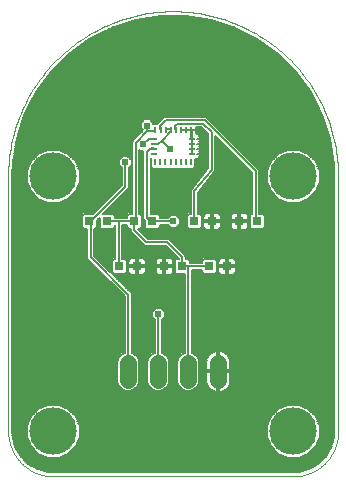
<source format=gtl>
G75*
%MOIN*%
%OFA0B0*%
%FSLAX25Y25*%
%IPPOS*%
%LPD*%
%AMOC8*
5,1,8,0,0,1.08239X$1,22.5*
%
%ADD10R,0.03150X0.03150*%
%ADD11R,0.00906X0.02362*%
%ADD12R,0.02362X0.00906*%
%ADD13C,0.05543*%
%ADD14C,0.00000*%
%ADD15C,0.15811*%
%ADD16C,0.00600*%
%ADD17C,0.01000*%
%ADD18C,0.02400*%
D10*
X0043547Y0089006D03*
X0049453Y0089006D03*
X0058547Y0089006D03*
X0064453Y0089006D03*
X0073547Y0089006D03*
X0079453Y0089006D03*
X0083547Y0104006D03*
X0089453Y0104006D03*
X0074453Y0104006D03*
X0068547Y0104006D03*
X0054453Y0104006D03*
X0048547Y0104006D03*
X0039453Y0104006D03*
X0033547Y0104006D03*
D11*
X0055528Y0123691D03*
X0057220Y0123691D03*
X0058913Y0123691D03*
X0060606Y0123691D03*
X0062299Y0123691D03*
X0063992Y0123691D03*
X0065685Y0123691D03*
X0067378Y0123691D03*
X0067425Y0134321D03*
X0065732Y0134321D03*
X0064039Y0134321D03*
X0062346Y0134321D03*
X0060654Y0134321D03*
X0058961Y0134321D03*
X0057268Y0134321D03*
X0055575Y0134321D03*
D12*
X0055201Y0131557D03*
X0055201Y0129864D03*
X0055201Y0128171D03*
X0055201Y0126478D03*
X0067799Y0126478D03*
X0067799Y0128171D03*
X0067799Y0129864D03*
X0067799Y0131557D03*
D13*
X0066500Y0056778D02*
X0066500Y0051234D01*
X0076500Y0051234D02*
X0076500Y0056778D01*
X0056500Y0056778D02*
X0056500Y0051234D01*
X0046500Y0051234D02*
X0046500Y0056778D01*
D14*
X0021500Y0019006D02*
X0021138Y0019010D01*
X0020775Y0019024D01*
X0020413Y0019045D01*
X0020052Y0019076D01*
X0019692Y0019115D01*
X0019333Y0019163D01*
X0018975Y0019220D01*
X0018618Y0019285D01*
X0018263Y0019359D01*
X0017910Y0019442D01*
X0017559Y0019533D01*
X0017211Y0019632D01*
X0016865Y0019740D01*
X0016521Y0019856D01*
X0016181Y0019981D01*
X0015844Y0020113D01*
X0015510Y0020254D01*
X0015179Y0020403D01*
X0014852Y0020560D01*
X0014529Y0020724D01*
X0014210Y0020896D01*
X0013896Y0021076D01*
X0013585Y0021264D01*
X0013280Y0021459D01*
X0012979Y0021661D01*
X0012683Y0021871D01*
X0012393Y0022087D01*
X0012107Y0022311D01*
X0011827Y0022541D01*
X0011553Y0022778D01*
X0011285Y0023022D01*
X0011022Y0023272D01*
X0010766Y0023528D01*
X0010516Y0023791D01*
X0010272Y0024059D01*
X0010035Y0024333D01*
X0009805Y0024613D01*
X0009581Y0024899D01*
X0009365Y0025189D01*
X0009155Y0025485D01*
X0008953Y0025786D01*
X0008758Y0026091D01*
X0008570Y0026402D01*
X0008390Y0026716D01*
X0008218Y0027035D01*
X0008054Y0027358D01*
X0007897Y0027685D01*
X0007748Y0028016D01*
X0007607Y0028350D01*
X0007475Y0028687D01*
X0007350Y0029027D01*
X0007234Y0029371D01*
X0007126Y0029717D01*
X0007027Y0030065D01*
X0006936Y0030416D01*
X0006853Y0030769D01*
X0006779Y0031124D01*
X0006714Y0031481D01*
X0006657Y0031839D01*
X0006609Y0032198D01*
X0006570Y0032558D01*
X0006539Y0032919D01*
X0006518Y0033281D01*
X0006504Y0033644D01*
X0006500Y0034006D01*
X0006500Y0119006D01*
X0006516Y0120345D01*
X0006565Y0121684D01*
X0006647Y0123021D01*
X0006761Y0124355D01*
X0006907Y0125687D01*
X0007086Y0127014D01*
X0007297Y0128337D01*
X0007541Y0129654D01*
X0007816Y0130965D01*
X0008123Y0132268D01*
X0008462Y0133564D01*
X0008832Y0134851D01*
X0009233Y0136129D01*
X0009666Y0137397D01*
X0010129Y0138654D01*
X0010623Y0139899D01*
X0011147Y0141132D01*
X0011700Y0142351D01*
X0012284Y0143557D01*
X0012896Y0144748D01*
X0013537Y0145924D01*
X0014207Y0147084D01*
X0014905Y0148227D01*
X0015630Y0149353D01*
X0016383Y0150461D01*
X0017162Y0151551D01*
X0017968Y0152621D01*
X0018799Y0153671D01*
X0019656Y0154700D01*
X0020538Y0155709D01*
X0021443Y0156695D01*
X0022373Y0157659D01*
X0023326Y0158601D01*
X0024301Y0159519D01*
X0025299Y0160412D01*
X0026318Y0161282D01*
X0027358Y0162126D01*
X0028418Y0162944D01*
X0029498Y0163737D01*
X0030596Y0164503D01*
X0031714Y0165242D01*
X0032848Y0165954D01*
X0034000Y0166637D01*
X0035168Y0167293D01*
X0036352Y0167920D01*
X0037550Y0168518D01*
X0038763Y0169086D01*
X0039989Y0169625D01*
X0041228Y0170134D01*
X0042479Y0170612D01*
X0043742Y0171060D01*
X0045014Y0171477D01*
X0046297Y0171863D01*
X0047589Y0172218D01*
X0048889Y0172541D01*
X0050196Y0172832D01*
X0051510Y0173091D01*
X0052830Y0173318D01*
X0054155Y0173513D01*
X0055485Y0173676D01*
X0056818Y0173806D01*
X0058153Y0173904D01*
X0059491Y0173969D01*
X0060830Y0174002D01*
X0062170Y0174002D01*
X0063509Y0173969D01*
X0064847Y0173904D01*
X0066182Y0173806D01*
X0067515Y0173676D01*
X0068845Y0173513D01*
X0070170Y0173318D01*
X0071490Y0173091D01*
X0072804Y0172832D01*
X0074111Y0172541D01*
X0075411Y0172218D01*
X0076703Y0171863D01*
X0077986Y0171477D01*
X0079258Y0171060D01*
X0080521Y0170612D01*
X0081772Y0170134D01*
X0083011Y0169625D01*
X0084237Y0169086D01*
X0085450Y0168518D01*
X0086648Y0167920D01*
X0087832Y0167293D01*
X0089000Y0166637D01*
X0090152Y0165954D01*
X0091286Y0165242D01*
X0092404Y0164503D01*
X0093502Y0163737D01*
X0094582Y0162944D01*
X0095642Y0162126D01*
X0096682Y0161282D01*
X0097701Y0160412D01*
X0098699Y0159519D01*
X0099674Y0158601D01*
X0100627Y0157659D01*
X0101557Y0156695D01*
X0102462Y0155709D01*
X0103344Y0154700D01*
X0104201Y0153671D01*
X0105032Y0152621D01*
X0105838Y0151551D01*
X0106617Y0150461D01*
X0107370Y0149353D01*
X0108095Y0148227D01*
X0108793Y0147084D01*
X0109463Y0145924D01*
X0110104Y0144748D01*
X0110716Y0143557D01*
X0111300Y0142351D01*
X0111853Y0141132D01*
X0112377Y0139899D01*
X0112871Y0138654D01*
X0113334Y0137397D01*
X0113767Y0136129D01*
X0114168Y0134851D01*
X0114538Y0133564D01*
X0114877Y0132268D01*
X0115184Y0130965D01*
X0115459Y0129654D01*
X0115703Y0128337D01*
X0115914Y0127014D01*
X0116093Y0125687D01*
X0116239Y0124355D01*
X0116353Y0123021D01*
X0116435Y0121684D01*
X0116484Y0120345D01*
X0116500Y0119006D01*
X0116500Y0034006D01*
X0116496Y0033644D01*
X0116482Y0033281D01*
X0116461Y0032919D01*
X0116430Y0032558D01*
X0116391Y0032198D01*
X0116343Y0031839D01*
X0116286Y0031481D01*
X0116221Y0031124D01*
X0116147Y0030769D01*
X0116064Y0030416D01*
X0115973Y0030065D01*
X0115874Y0029717D01*
X0115766Y0029371D01*
X0115650Y0029027D01*
X0115525Y0028687D01*
X0115393Y0028350D01*
X0115252Y0028016D01*
X0115103Y0027685D01*
X0114946Y0027358D01*
X0114782Y0027035D01*
X0114610Y0026716D01*
X0114430Y0026402D01*
X0114242Y0026091D01*
X0114047Y0025786D01*
X0113845Y0025485D01*
X0113635Y0025189D01*
X0113419Y0024899D01*
X0113195Y0024613D01*
X0112965Y0024333D01*
X0112728Y0024059D01*
X0112484Y0023791D01*
X0112234Y0023528D01*
X0111978Y0023272D01*
X0111715Y0023022D01*
X0111447Y0022778D01*
X0111173Y0022541D01*
X0110893Y0022311D01*
X0110607Y0022087D01*
X0110317Y0021871D01*
X0110021Y0021661D01*
X0109720Y0021459D01*
X0109415Y0021264D01*
X0109104Y0021076D01*
X0108790Y0020896D01*
X0108471Y0020724D01*
X0108148Y0020560D01*
X0107821Y0020403D01*
X0107490Y0020254D01*
X0107156Y0020113D01*
X0106819Y0019981D01*
X0106479Y0019856D01*
X0106135Y0019740D01*
X0105789Y0019632D01*
X0105441Y0019533D01*
X0105090Y0019442D01*
X0104737Y0019359D01*
X0104382Y0019285D01*
X0104025Y0019220D01*
X0103667Y0019163D01*
X0103308Y0019115D01*
X0102948Y0019076D01*
X0102587Y0019045D01*
X0102225Y0019024D01*
X0101862Y0019010D01*
X0101500Y0019006D01*
X0021500Y0019006D01*
D15*
X0021500Y0034006D03*
X0021500Y0119006D03*
X0101500Y0119006D03*
X0101500Y0034006D03*
D16*
X0013160Y0023137D02*
X0010631Y0025666D01*
X0008843Y0028763D01*
X0007917Y0032218D01*
X0007800Y0034006D01*
X0007800Y0119006D01*
X0007966Y0123219D01*
X0009284Y0131542D01*
X0011888Y0139556D01*
X0015713Y0147064D01*
X0020666Y0153881D01*
X0026625Y0159840D01*
X0033442Y0164793D01*
X0040950Y0168618D01*
X0048964Y0171222D01*
X0057287Y0172540D01*
X0065713Y0172540D01*
X0074036Y0171222D01*
X0082050Y0168618D01*
X0089558Y0164793D01*
X0096375Y0159840D01*
X0102334Y0153881D01*
X0107287Y0147064D01*
X0111112Y0139556D01*
X0113716Y0131542D01*
X0115034Y0123219D01*
X0115200Y0119006D01*
X0115200Y0034006D01*
X0115083Y0032218D01*
X0114157Y0028763D01*
X0112369Y0025666D01*
X0109840Y0023137D01*
X0106743Y0021349D01*
X0103288Y0020423D01*
X0101500Y0020306D01*
X0021500Y0020306D01*
X0019712Y0020423D01*
X0016257Y0021349D01*
X0013160Y0023137D01*
X0013101Y0023195D02*
X0109899Y0023195D01*
X0110497Y0023794D02*
X0012503Y0023794D01*
X0011904Y0024393D02*
X0111096Y0024393D01*
X0111694Y0024991D02*
X0011306Y0024991D01*
X0010707Y0025590D02*
X0018809Y0025590D01*
X0019748Y0025200D02*
X0023252Y0025200D01*
X0026488Y0026541D01*
X0028965Y0029018D01*
X0030305Y0032254D01*
X0030305Y0035757D01*
X0028965Y0038994D01*
X0026488Y0041471D01*
X0023252Y0042811D01*
X0019748Y0042811D01*
X0016512Y0041471D01*
X0014035Y0038994D01*
X0012694Y0035757D01*
X0012694Y0032254D01*
X0014035Y0029018D01*
X0016512Y0026541D01*
X0019748Y0025200D01*
X0017364Y0026188D02*
X0010330Y0026188D01*
X0009984Y0026787D02*
X0016266Y0026787D01*
X0015668Y0027385D02*
X0009638Y0027385D01*
X0009293Y0027984D02*
X0015069Y0027984D01*
X0014471Y0028582D02*
X0008947Y0028582D01*
X0008731Y0029181D02*
X0013968Y0029181D01*
X0013720Y0029779D02*
X0008571Y0029779D01*
X0008410Y0030378D02*
X0013472Y0030378D01*
X0013224Y0030976D02*
X0008250Y0030976D01*
X0008090Y0031575D02*
X0012976Y0031575D01*
X0012728Y0032173D02*
X0007929Y0032173D01*
X0007881Y0032772D02*
X0012694Y0032772D01*
X0012694Y0033370D02*
X0007842Y0033370D01*
X0007802Y0033969D02*
X0012694Y0033969D01*
X0012694Y0034567D02*
X0007800Y0034567D01*
X0007800Y0035166D02*
X0012694Y0035166D01*
X0012697Y0035764D02*
X0007800Y0035764D01*
X0007800Y0036363D02*
X0012945Y0036363D01*
X0013193Y0036961D02*
X0007800Y0036961D01*
X0007800Y0037560D02*
X0013441Y0037560D01*
X0013689Y0038158D02*
X0007800Y0038158D01*
X0007800Y0038757D02*
X0013937Y0038757D01*
X0014397Y0039355D02*
X0007800Y0039355D01*
X0007800Y0039954D02*
X0014995Y0039954D01*
X0015594Y0040552D02*
X0007800Y0040552D01*
X0007800Y0041151D02*
X0016192Y0041151D01*
X0017184Y0041749D02*
X0007800Y0041749D01*
X0007800Y0042348D02*
X0018629Y0042348D01*
X0024371Y0042348D02*
X0098629Y0042348D01*
X0099748Y0042811D02*
X0096512Y0041471D01*
X0094035Y0038994D01*
X0092694Y0035757D01*
X0092694Y0032254D01*
X0094035Y0029018D01*
X0096512Y0026541D01*
X0099748Y0025200D01*
X0103252Y0025200D01*
X0106488Y0026541D01*
X0108965Y0029018D01*
X0110305Y0032254D01*
X0110305Y0035757D01*
X0108965Y0038994D01*
X0106488Y0041471D01*
X0103252Y0042811D01*
X0099748Y0042811D01*
X0097184Y0041749D02*
X0025816Y0041749D01*
X0026808Y0041151D02*
X0096192Y0041151D01*
X0095594Y0040552D02*
X0027406Y0040552D01*
X0028005Y0039954D02*
X0094995Y0039954D01*
X0094397Y0039355D02*
X0028603Y0039355D01*
X0029063Y0038757D02*
X0093937Y0038757D01*
X0093689Y0038158D02*
X0029311Y0038158D01*
X0029559Y0037560D02*
X0093441Y0037560D01*
X0093193Y0036961D02*
X0029807Y0036961D01*
X0030055Y0036363D02*
X0092945Y0036363D01*
X0092697Y0035764D02*
X0030303Y0035764D01*
X0030305Y0035166D02*
X0092694Y0035166D01*
X0092694Y0034567D02*
X0030305Y0034567D01*
X0030305Y0033969D02*
X0092694Y0033969D01*
X0092694Y0033370D02*
X0030305Y0033370D01*
X0030305Y0032772D02*
X0092694Y0032772D01*
X0092728Y0032173D02*
X0030272Y0032173D01*
X0030024Y0031575D02*
X0092976Y0031575D01*
X0093224Y0030976D02*
X0029776Y0030976D01*
X0029528Y0030378D02*
X0093472Y0030378D01*
X0093720Y0029779D02*
X0029280Y0029779D01*
X0029032Y0029181D02*
X0093968Y0029181D01*
X0094471Y0028582D02*
X0028529Y0028582D01*
X0027931Y0027984D02*
X0095069Y0027984D01*
X0095668Y0027385D02*
X0027332Y0027385D01*
X0026734Y0026787D02*
X0096266Y0026787D01*
X0097364Y0026188D02*
X0025636Y0026188D01*
X0024191Y0025590D02*
X0098809Y0025590D01*
X0104191Y0025590D02*
X0112293Y0025590D01*
X0112670Y0026188D02*
X0105636Y0026188D01*
X0106734Y0026787D02*
X0113016Y0026787D01*
X0113362Y0027385D02*
X0107332Y0027385D01*
X0107931Y0027984D02*
X0113707Y0027984D01*
X0114053Y0028582D02*
X0108529Y0028582D01*
X0109032Y0029181D02*
X0114269Y0029181D01*
X0114429Y0029779D02*
X0109280Y0029779D01*
X0109528Y0030378D02*
X0114590Y0030378D01*
X0114750Y0030976D02*
X0109776Y0030976D01*
X0110024Y0031575D02*
X0114910Y0031575D01*
X0115071Y0032173D02*
X0110272Y0032173D01*
X0110305Y0032772D02*
X0115119Y0032772D01*
X0115158Y0033370D02*
X0110305Y0033370D01*
X0110305Y0033969D02*
X0115198Y0033969D01*
X0115200Y0034567D02*
X0110305Y0034567D01*
X0110305Y0035166D02*
X0115200Y0035166D01*
X0115200Y0035764D02*
X0110303Y0035764D01*
X0110055Y0036363D02*
X0115200Y0036363D01*
X0115200Y0036961D02*
X0109807Y0036961D01*
X0109559Y0037560D02*
X0115200Y0037560D01*
X0115200Y0038158D02*
X0109311Y0038158D01*
X0109063Y0038757D02*
X0115200Y0038757D01*
X0115200Y0039355D02*
X0108603Y0039355D01*
X0108005Y0039954D02*
X0115200Y0039954D01*
X0115200Y0040552D02*
X0107406Y0040552D01*
X0106808Y0041151D02*
X0115200Y0041151D01*
X0115200Y0041749D02*
X0105816Y0041749D01*
X0104371Y0042348D02*
X0115200Y0042348D01*
X0115200Y0042946D02*
X0007800Y0042946D01*
X0007800Y0043545D02*
X0115200Y0043545D01*
X0115200Y0044143D02*
X0007800Y0044143D01*
X0007800Y0044742D02*
X0115200Y0044742D01*
X0115200Y0045340D02*
X0007800Y0045340D01*
X0007800Y0045939D02*
X0115200Y0045939D01*
X0115200Y0046537D02*
X0007800Y0046537D01*
X0007800Y0047136D02*
X0115200Y0047136D01*
X0115200Y0047734D02*
X0078600Y0047734D01*
X0078634Y0047752D02*
X0079152Y0048129D01*
X0079606Y0048582D01*
X0079982Y0049100D01*
X0080273Y0049671D01*
X0080471Y0050281D01*
X0080572Y0050914D01*
X0080572Y0053706D01*
X0076800Y0053706D01*
X0076800Y0054306D01*
X0076200Y0054306D01*
X0076200Y0060849D01*
X0076180Y0060849D01*
X0075547Y0060749D01*
X0074937Y0060551D01*
X0074366Y0060260D01*
X0073847Y0059883D01*
X0073394Y0059430D01*
X0073018Y0058912D01*
X0072727Y0058341D01*
X0072529Y0057731D01*
X0072428Y0057098D01*
X0072428Y0054306D01*
X0076200Y0054306D01*
X0076200Y0053706D01*
X0072428Y0053706D01*
X0072428Y0050914D01*
X0072529Y0050281D01*
X0072727Y0049671D01*
X0073018Y0049100D01*
X0073394Y0048582D01*
X0073847Y0048129D01*
X0074366Y0047752D01*
X0074937Y0047461D01*
X0075547Y0047263D01*
X0076180Y0047163D01*
X0076200Y0047163D01*
X0076200Y0053706D01*
X0076800Y0053706D01*
X0076800Y0047163D01*
X0076820Y0047163D01*
X0077453Y0047263D01*
X0078063Y0047461D01*
X0078634Y0047752D01*
X0079357Y0048333D02*
X0115200Y0048333D01*
X0115200Y0048931D02*
X0079860Y0048931D01*
X0080201Y0049530D02*
X0115200Y0049530D01*
X0115200Y0050128D02*
X0080422Y0050128D01*
X0080542Y0050727D02*
X0115200Y0050727D01*
X0115200Y0051326D02*
X0080572Y0051326D01*
X0080572Y0051924D02*
X0115200Y0051924D01*
X0115200Y0052523D02*
X0080572Y0052523D01*
X0080572Y0053121D02*
X0115200Y0053121D01*
X0115200Y0053720D02*
X0076800Y0053720D01*
X0076800Y0054306D02*
X0080572Y0054306D01*
X0080572Y0057098D01*
X0080471Y0057731D01*
X0080273Y0058341D01*
X0079982Y0058912D01*
X0079606Y0059430D01*
X0079152Y0059883D01*
X0078634Y0060260D01*
X0078063Y0060551D01*
X0077453Y0060749D01*
X0076820Y0060849D01*
X0076800Y0060849D01*
X0076800Y0054306D01*
X0076800Y0054318D02*
X0076200Y0054318D01*
X0076200Y0053720D02*
X0070172Y0053720D01*
X0070172Y0054318D02*
X0072428Y0054318D01*
X0072428Y0054917D02*
X0070172Y0054917D01*
X0070172Y0055515D02*
X0072428Y0055515D01*
X0072428Y0056114D02*
X0070172Y0056114D01*
X0070172Y0056712D02*
X0072428Y0056712D01*
X0072462Y0057311D02*
X0070172Y0057311D01*
X0070172Y0057508D02*
X0069613Y0058857D01*
X0068580Y0059890D01*
X0067700Y0060255D01*
X0067700Y0087806D01*
X0071072Y0087806D01*
X0071072Y0087058D01*
X0071600Y0086531D01*
X0075495Y0086531D01*
X0076022Y0087058D01*
X0076022Y0090953D01*
X0075495Y0091481D01*
X0071600Y0091481D01*
X0071072Y0090953D01*
X0071072Y0090206D01*
X0066928Y0090206D01*
X0066928Y0090953D01*
X0066400Y0091481D01*
X0065700Y0091481D01*
X0065700Y0092503D01*
X0064997Y0093206D01*
X0059997Y0098206D01*
X0052997Y0098206D01*
X0049700Y0101503D01*
X0049700Y0101531D01*
X0050495Y0101531D01*
X0051022Y0102058D01*
X0051022Y0105953D01*
X0050495Y0106481D01*
X0050200Y0106481D01*
X0050200Y0127961D01*
X0050630Y0127531D01*
X0051550Y0127531D01*
X0051550Y0104759D01*
X0051978Y0104331D01*
X0051978Y0102058D01*
X0052505Y0101531D01*
X0056400Y0101531D01*
X0056928Y0102058D01*
X0056928Y0102806D01*
X0059730Y0102806D01*
X0060630Y0101906D01*
X0062370Y0101906D01*
X0063600Y0103136D01*
X0063600Y0104876D01*
X0062370Y0106106D01*
X0060630Y0106106D01*
X0059730Y0105206D01*
X0056928Y0105206D01*
X0056928Y0105953D01*
X0056400Y0106481D01*
X0053950Y0106481D01*
X0053950Y0125126D01*
X0054175Y0125126D01*
X0054175Y0122137D01*
X0054702Y0121610D01*
X0056353Y0121610D01*
X0056374Y0121631D01*
X0056395Y0121610D01*
X0058046Y0121610D01*
X0058067Y0121631D01*
X0058088Y0121610D01*
X0059739Y0121610D01*
X0059760Y0121631D01*
X0059781Y0121610D01*
X0061432Y0121610D01*
X0061453Y0121631D01*
X0061474Y0121610D01*
X0063125Y0121610D01*
X0063146Y0121631D01*
X0063167Y0121610D01*
X0064818Y0121610D01*
X0064839Y0121631D01*
X0064859Y0121610D01*
X0066511Y0121610D01*
X0066531Y0121631D01*
X0066552Y0121610D01*
X0068203Y0121610D01*
X0068731Y0122137D01*
X0068731Y0124726D01*
X0069151Y0124726D01*
X0069482Y0124814D01*
X0069779Y0124985D01*
X0070021Y0125227D01*
X0070192Y0125524D01*
X0070280Y0125854D01*
X0070280Y0126478D01*
X0069374Y0126478D01*
X0069375Y0126478D01*
X0070280Y0126478D01*
X0070280Y0127102D01*
X0070221Y0127325D01*
X0070280Y0127547D01*
X0070280Y0128171D01*
X0069375Y0128171D01*
X0069375Y0128171D01*
X0070280Y0128171D01*
X0070280Y0128795D01*
X0070221Y0129018D01*
X0070280Y0129240D01*
X0070280Y0129864D01*
X0069375Y0129864D01*
X0069375Y0129864D01*
X0070280Y0129864D01*
X0070280Y0130488D01*
X0070221Y0130711D01*
X0070280Y0130933D01*
X0070280Y0131557D01*
X0069375Y0131557D01*
X0069375Y0131557D01*
X0070280Y0131557D01*
X0070280Y0132181D01*
X0070192Y0132512D01*
X0070021Y0132808D01*
X0069779Y0133050D01*
X0069482Y0133221D01*
X0069178Y0133303D01*
X0069178Y0134321D01*
X0069178Y0135306D01*
X0070878Y0135306D01*
X0073050Y0133134D01*
X0073050Y0121674D01*
X0067601Y0114803D01*
X0067298Y0114497D01*
X0067298Y0114421D01*
X0067251Y0114362D01*
X0067300Y0113934D01*
X0067336Y0106481D01*
X0066600Y0106481D01*
X0066072Y0105953D01*
X0066072Y0102058D01*
X0066600Y0101531D01*
X0070495Y0101531D01*
X0071022Y0102058D01*
X0071022Y0105953D01*
X0070495Y0106481D01*
X0069736Y0106481D01*
X0069702Y0113590D01*
X0075147Y0120456D01*
X0075450Y0120759D01*
X0075450Y0120838D01*
X0075499Y0120900D01*
X0075450Y0121325D01*
X0075450Y0132609D01*
X0087800Y0120259D01*
X0087800Y0106481D01*
X0087505Y0106481D01*
X0086978Y0105953D01*
X0086978Y0102058D01*
X0087505Y0101531D01*
X0091400Y0101531D01*
X0091928Y0102058D01*
X0091928Y0105953D01*
X0091400Y0106481D01*
X0090200Y0106481D01*
X0090200Y0121253D01*
X0089497Y0121956D01*
X0072497Y0138956D01*
X0058503Y0138956D01*
X0057800Y0138253D01*
X0055949Y0136402D01*
X0054850Y0136402D01*
X0054850Y0136751D01*
X0053620Y0137981D01*
X0051880Y0137981D01*
X0050650Y0136751D01*
X0050650Y0135011D01*
X0051354Y0134307D01*
X0048503Y0131456D01*
X0048503Y0131456D01*
X0047800Y0130753D01*
X0047800Y0106481D01*
X0046600Y0106481D01*
X0046072Y0105953D01*
X0046072Y0105206D01*
X0041928Y0105206D01*
X0041928Y0105953D01*
X0041400Y0106481D01*
X0038172Y0106481D01*
X0046700Y0115009D01*
X0046700Y0121861D01*
X0047600Y0122761D01*
X0047600Y0124501D01*
X0046370Y0125731D01*
X0044630Y0125731D01*
X0043400Y0124501D01*
X0043400Y0122761D01*
X0044300Y0121861D01*
X0044300Y0116003D01*
X0034778Y0106481D01*
X0031600Y0106481D01*
X0031072Y0105953D01*
X0031072Y0102058D01*
X0031600Y0101531D01*
X0032800Y0101531D01*
X0032800Y0091509D01*
X0033503Y0090806D01*
X0045300Y0079009D01*
X0045300Y0060255D01*
X0044420Y0059890D01*
X0043387Y0058857D01*
X0042828Y0057508D01*
X0042828Y0050504D01*
X0043387Y0049154D01*
X0044420Y0048122D01*
X0045770Y0047563D01*
X0047230Y0047563D01*
X0048580Y0048122D01*
X0049613Y0049154D01*
X0050172Y0050504D01*
X0050172Y0057508D01*
X0049613Y0058857D01*
X0048580Y0059890D01*
X0047700Y0060255D01*
X0047700Y0080003D01*
X0035200Y0092503D01*
X0035200Y0101531D01*
X0035495Y0101531D01*
X0036022Y0102058D01*
X0036022Y0104331D01*
X0036978Y0105287D01*
X0036978Y0102058D01*
X0037505Y0101531D01*
X0041400Y0101531D01*
X0041928Y0102058D01*
X0041928Y0102806D01*
X0042175Y0102806D01*
X0042175Y0091481D01*
X0041600Y0091481D01*
X0041072Y0090953D01*
X0041072Y0087058D01*
X0041600Y0086531D01*
X0045495Y0086531D01*
X0046022Y0087058D01*
X0046022Y0090953D01*
X0045495Y0091481D01*
X0044575Y0091481D01*
X0044575Y0102806D01*
X0046072Y0102806D01*
X0046072Y0102058D01*
X0046600Y0101531D01*
X0047300Y0101531D01*
X0047300Y0100509D01*
X0051300Y0096509D01*
X0052003Y0095806D01*
X0059003Y0095806D01*
X0063300Y0091509D01*
X0063300Y0091481D01*
X0062505Y0091481D01*
X0061978Y0090953D01*
X0061978Y0087058D01*
X0062505Y0086531D01*
X0065300Y0086531D01*
X0065300Y0060255D01*
X0064420Y0059890D01*
X0063387Y0058857D01*
X0062828Y0057508D01*
X0062828Y0050504D01*
X0063387Y0049154D01*
X0064420Y0048122D01*
X0065770Y0047563D01*
X0067230Y0047563D01*
X0068580Y0048122D01*
X0069613Y0049154D01*
X0070172Y0050504D01*
X0070172Y0057508D01*
X0070005Y0057909D02*
X0072586Y0057909D01*
X0072812Y0058508D02*
X0069758Y0058508D01*
X0069364Y0059106D02*
X0073159Y0059106D01*
X0073669Y0059705D02*
X0068765Y0059705D01*
X0067700Y0060303D02*
X0074451Y0060303D01*
X0076200Y0060303D02*
X0076800Y0060303D01*
X0076800Y0059705D02*
X0076200Y0059705D01*
X0076200Y0059106D02*
X0076800Y0059106D01*
X0076800Y0058508D02*
X0076200Y0058508D01*
X0076200Y0057909D02*
X0076800Y0057909D01*
X0076800Y0057311D02*
X0076200Y0057311D01*
X0076200Y0056712D02*
X0076800Y0056712D01*
X0076800Y0056114D02*
X0076200Y0056114D01*
X0076200Y0055515D02*
X0076800Y0055515D01*
X0076800Y0054917D02*
X0076200Y0054917D01*
X0076200Y0053121D02*
X0076800Y0053121D01*
X0076800Y0052523D02*
X0076200Y0052523D01*
X0076200Y0051924D02*
X0076800Y0051924D01*
X0076800Y0051326D02*
X0076200Y0051326D01*
X0076200Y0050727D02*
X0076800Y0050727D01*
X0076800Y0050128D02*
X0076200Y0050128D01*
X0076200Y0049530D02*
X0076800Y0049530D01*
X0076800Y0048931D02*
X0076200Y0048931D01*
X0076200Y0048333D02*
X0076800Y0048333D01*
X0076800Y0047734D02*
X0076200Y0047734D01*
X0074400Y0047734D02*
X0067645Y0047734D01*
X0068791Y0048333D02*
X0073643Y0048333D01*
X0073140Y0048931D02*
X0069390Y0048931D01*
X0069768Y0049530D02*
X0072799Y0049530D01*
X0072578Y0050128D02*
X0070016Y0050128D01*
X0070172Y0050727D02*
X0072458Y0050727D01*
X0072428Y0051326D02*
X0070172Y0051326D01*
X0070172Y0051924D02*
X0072428Y0051924D01*
X0072428Y0052523D02*
X0070172Y0052523D01*
X0070172Y0053121D02*
X0072428Y0053121D01*
X0066500Y0054006D02*
X0066500Y0089006D01*
X0064453Y0089006D01*
X0064500Y0090006D01*
X0064500Y0092006D01*
X0059500Y0097006D01*
X0052500Y0097006D01*
X0048500Y0101006D01*
X0048500Y0103006D01*
X0049000Y0104006D01*
X0048547Y0104006D01*
X0043375Y0104006D01*
X0043375Y0089006D01*
X0043547Y0089006D01*
X0044575Y0092024D02*
X0062785Y0092024D01*
X0062450Y0091426D02*
X0061115Y0091426D01*
X0061162Y0091379D02*
X0060920Y0091621D01*
X0060624Y0091792D01*
X0060293Y0091881D01*
X0058847Y0091881D01*
X0058847Y0089306D01*
X0058247Y0089306D01*
X0058247Y0088706D01*
X0055672Y0088706D01*
X0055672Y0087260D01*
X0055761Y0086929D01*
X0055932Y0086633D01*
X0056174Y0086391D01*
X0056471Y0086220D01*
X0056801Y0086131D01*
X0058247Y0086131D01*
X0058247Y0088706D01*
X0058847Y0088706D01*
X0058847Y0086131D01*
X0060293Y0086131D01*
X0060624Y0086220D01*
X0060920Y0086391D01*
X0061162Y0086633D01*
X0061333Y0086929D01*
X0061422Y0087260D01*
X0061422Y0088706D01*
X0058847Y0088706D01*
X0058847Y0089306D01*
X0061422Y0089306D01*
X0061422Y0090752D01*
X0061333Y0091082D01*
X0061162Y0091379D01*
X0061402Y0090827D02*
X0061978Y0090827D01*
X0061978Y0090229D02*
X0061422Y0090229D01*
X0061422Y0089630D02*
X0061978Y0089630D01*
X0061978Y0089032D02*
X0058847Y0089032D01*
X0058847Y0089630D02*
X0058247Y0089630D01*
X0058247Y0089306D02*
X0058247Y0091881D01*
X0056801Y0091881D01*
X0056471Y0091792D01*
X0056174Y0091621D01*
X0055932Y0091379D01*
X0055761Y0091082D01*
X0055672Y0090752D01*
X0055672Y0089306D01*
X0058247Y0089306D01*
X0058247Y0089032D02*
X0049753Y0089032D01*
X0049753Y0089306D02*
X0052328Y0089306D01*
X0052328Y0090752D01*
X0052239Y0091082D01*
X0052068Y0091379D01*
X0051826Y0091621D01*
X0051529Y0091792D01*
X0051199Y0091881D01*
X0049753Y0091881D01*
X0049753Y0089306D01*
X0049753Y0088706D01*
X0052328Y0088706D01*
X0052328Y0087260D01*
X0052239Y0086929D01*
X0052068Y0086633D01*
X0051826Y0086391D01*
X0051529Y0086220D01*
X0051199Y0086131D01*
X0049753Y0086131D01*
X0049753Y0088706D01*
X0049153Y0088706D01*
X0049153Y0086131D01*
X0047707Y0086131D01*
X0047376Y0086220D01*
X0047080Y0086391D01*
X0046838Y0086633D01*
X0046667Y0086929D01*
X0046578Y0087260D01*
X0046578Y0088706D01*
X0049153Y0088706D01*
X0049153Y0089306D01*
X0049153Y0091881D01*
X0047707Y0091881D01*
X0047376Y0091792D01*
X0047080Y0091621D01*
X0046838Y0091379D01*
X0046667Y0091082D01*
X0046578Y0090752D01*
X0046578Y0089306D01*
X0049153Y0089306D01*
X0049753Y0089306D01*
X0049753Y0089630D02*
X0049153Y0089630D01*
X0049153Y0089032D02*
X0046022Y0089032D01*
X0046022Y0089630D02*
X0046578Y0089630D01*
X0046578Y0090229D02*
X0046022Y0090229D01*
X0046022Y0090827D02*
X0046598Y0090827D01*
X0046885Y0091426D02*
X0045550Y0091426D01*
X0044575Y0092623D02*
X0062186Y0092623D01*
X0061588Y0093221D02*
X0044575Y0093221D01*
X0044575Y0093820D02*
X0060989Y0093820D01*
X0060391Y0094418D02*
X0044575Y0094418D01*
X0044575Y0095017D02*
X0059792Y0095017D01*
X0059193Y0095615D02*
X0044575Y0095615D01*
X0044575Y0096214D02*
X0051595Y0096214D01*
X0050996Y0096812D02*
X0044575Y0096812D01*
X0044575Y0097411D02*
X0050398Y0097411D01*
X0049799Y0098009D02*
X0044575Y0098009D01*
X0044575Y0098608D02*
X0049201Y0098608D01*
X0048602Y0099206D02*
X0044575Y0099206D01*
X0044575Y0099805D02*
X0048004Y0099805D01*
X0047405Y0100403D02*
X0044575Y0100403D01*
X0044575Y0101002D02*
X0047300Y0101002D01*
X0046530Y0101600D02*
X0044575Y0101600D01*
X0044575Y0102199D02*
X0046072Y0102199D01*
X0046072Y0102797D02*
X0044575Y0102797D01*
X0043375Y0104006D02*
X0039453Y0104006D01*
X0041492Y0106389D02*
X0046508Y0106389D01*
X0046072Y0105790D02*
X0041928Y0105790D01*
X0041928Y0102797D02*
X0042175Y0102797D01*
X0042175Y0102199D02*
X0041928Y0102199D01*
X0042175Y0101600D02*
X0041470Y0101600D01*
X0042175Y0101002D02*
X0035200Y0101002D01*
X0035200Y0100403D02*
X0042175Y0100403D01*
X0042175Y0099805D02*
X0035200Y0099805D01*
X0035200Y0099206D02*
X0042175Y0099206D01*
X0042175Y0098608D02*
X0035200Y0098608D01*
X0035200Y0098009D02*
X0042175Y0098009D01*
X0042175Y0097411D02*
X0035200Y0097411D01*
X0035200Y0096812D02*
X0042175Y0096812D01*
X0042175Y0096214D02*
X0035200Y0096214D01*
X0035200Y0095615D02*
X0042175Y0095615D01*
X0042175Y0095017D02*
X0035200Y0095017D01*
X0035200Y0094418D02*
X0042175Y0094418D01*
X0042175Y0093820D02*
X0035200Y0093820D01*
X0035200Y0093221D02*
X0042175Y0093221D01*
X0042175Y0092623D02*
X0035200Y0092623D01*
X0035679Y0092024D02*
X0042175Y0092024D01*
X0041545Y0091426D02*
X0036277Y0091426D01*
X0036876Y0090827D02*
X0041072Y0090827D01*
X0041072Y0090229D02*
X0037474Y0090229D01*
X0038073Y0089630D02*
X0041072Y0089630D01*
X0041072Y0089032D02*
X0038671Y0089032D01*
X0039270Y0088433D02*
X0041072Y0088433D01*
X0041072Y0087835D02*
X0039868Y0087835D01*
X0040467Y0087236D02*
X0041072Y0087236D01*
X0041065Y0086638D02*
X0041493Y0086638D01*
X0041664Y0086039D02*
X0065300Y0086039D01*
X0065300Y0085441D02*
X0042262Y0085441D01*
X0042861Y0084842D02*
X0065300Y0084842D01*
X0065300Y0084244D02*
X0043459Y0084244D01*
X0044058Y0083645D02*
X0065300Y0083645D01*
X0065300Y0083047D02*
X0044656Y0083047D01*
X0045255Y0082448D02*
X0065300Y0082448D01*
X0065300Y0081850D02*
X0045853Y0081850D01*
X0046452Y0081251D02*
X0065300Y0081251D01*
X0065300Y0080653D02*
X0047050Y0080653D01*
X0047649Y0080054D02*
X0065300Y0080054D01*
X0065300Y0079456D02*
X0047700Y0079456D01*
X0047700Y0078857D02*
X0065300Y0078857D01*
X0065300Y0078259D02*
X0047700Y0078259D01*
X0047700Y0077660D02*
X0065300Y0077660D01*
X0065300Y0077062D02*
X0047700Y0077062D01*
X0047700Y0076463D02*
X0065300Y0076463D01*
X0065300Y0075864D02*
X0047700Y0075864D01*
X0047700Y0075266D02*
X0065300Y0075266D01*
X0065300Y0074667D02*
X0057808Y0074667D01*
X0057370Y0075106D02*
X0055630Y0075106D01*
X0054400Y0073876D01*
X0054400Y0072136D01*
X0055300Y0071236D01*
X0055300Y0060255D01*
X0054420Y0059890D01*
X0053387Y0058857D01*
X0052828Y0057508D01*
X0052828Y0050504D01*
X0053387Y0049154D01*
X0054420Y0048122D01*
X0055770Y0047563D01*
X0057230Y0047563D01*
X0058580Y0048122D01*
X0059613Y0049154D01*
X0060172Y0050504D01*
X0060172Y0057508D01*
X0059613Y0058857D01*
X0058580Y0059890D01*
X0057700Y0060255D01*
X0057700Y0071236D01*
X0058600Y0072136D01*
X0058600Y0073876D01*
X0057370Y0075106D01*
X0058407Y0074069D02*
X0065300Y0074069D01*
X0065300Y0073470D02*
X0058600Y0073470D01*
X0058600Y0072872D02*
X0065300Y0072872D01*
X0065300Y0072273D02*
X0058600Y0072273D01*
X0058139Y0071675D02*
X0065300Y0071675D01*
X0065300Y0071076D02*
X0057700Y0071076D01*
X0057700Y0070478D02*
X0065300Y0070478D01*
X0065300Y0069879D02*
X0057700Y0069879D01*
X0057700Y0069281D02*
X0065300Y0069281D01*
X0065300Y0068682D02*
X0057700Y0068682D01*
X0057700Y0068084D02*
X0065300Y0068084D01*
X0065300Y0067485D02*
X0057700Y0067485D01*
X0057700Y0066887D02*
X0065300Y0066887D01*
X0065300Y0066288D02*
X0057700Y0066288D01*
X0057700Y0065690D02*
X0065300Y0065690D01*
X0065300Y0065091D02*
X0057700Y0065091D01*
X0057700Y0064493D02*
X0065300Y0064493D01*
X0065300Y0063894D02*
X0057700Y0063894D01*
X0057700Y0063296D02*
X0065300Y0063296D01*
X0065300Y0062697D02*
X0057700Y0062697D01*
X0057700Y0062099D02*
X0065300Y0062099D01*
X0065300Y0061500D02*
X0057700Y0061500D01*
X0057700Y0060902D02*
X0065300Y0060902D01*
X0065300Y0060303D02*
X0057700Y0060303D01*
X0058765Y0059705D02*
X0064235Y0059705D01*
X0063636Y0059106D02*
X0059364Y0059106D01*
X0059758Y0058508D02*
X0063242Y0058508D01*
X0062995Y0057909D02*
X0060005Y0057909D01*
X0060172Y0057311D02*
X0062828Y0057311D01*
X0062828Y0056712D02*
X0060172Y0056712D01*
X0060172Y0056114D02*
X0062828Y0056114D01*
X0062828Y0055515D02*
X0060172Y0055515D01*
X0060172Y0054917D02*
X0062828Y0054917D01*
X0062828Y0054318D02*
X0060172Y0054318D01*
X0060172Y0053720D02*
X0062828Y0053720D01*
X0062828Y0053121D02*
X0060172Y0053121D01*
X0060172Y0052523D02*
X0062828Y0052523D01*
X0062828Y0051924D02*
X0060172Y0051924D01*
X0060172Y0051326D02*
X0062828Y0051326D01*
X0062828Y0050727D02*
X0060172Y0050727D01*
X0060016Y0050128D02*
X0062984Y0050128D01*
X0063232Y0049530D02*
X0059768Y0049530D01*
X0059390Y0048931D02*
X0063610Y0048931D01*
X0064209Y0048333D02*
X0058791Y0048333D01*
X0057645Y0047734D02*
X0065355Y0047734D01*
X0067700Y0060902D02*
X0115200Y0060902D01*
X0115200Y0061500D02*
X0067700Y0061500D01*
X0067700Y0062099D02*
X0115200Y0062099D01*
X0115200Y0062697D02*
X0067700Y0062697D01*
X0067700Y0063296D02*
X0115200Y0063296D01*
X0115200Y0063894D02*
X0067700Y0063894D01*
X0067700Y0064493D02*
X0115200Y0064493D01*
X0115200Y0065091D02*
X0067700Y0065091D01*
X0067700Y0065690D02*
X0115200Y0065690D01*
X0115200Y0066288D02*
X0067700Y0066288D01*
X0067700Y0066887D02*
X0115200Y0066887D01*
X0115200Y0067485D02*
X0067700Y0067485D01*
X0067700Y0068084D02*
X0115200Y0068084D01*
X0115200Y0068682D02*
X0067700Y0068682D01*
X0067700Y0069281D02*
X0115200Y0069281D01*
X0115200Y0069879D02*
X0067700Y0069879D01*
X0067700Y0070478D02*
X0115200Y0070478D01*
X0115200Y0071076D02*
X0067700Y0071076D01*
X0067700Y0071675D02*
X0115200Y0071675D01*
X0115200Y0072273D02*
X0067700Y0072273D01*
X0067700Y0072872D02*
X0115200Y0072872D01*
X0115200Y0073470D02*
X0067700Y0073470D01*
X0067700Y0074069D02*
X0115200Y0074069D01*
X0115200Y0074667D02*
X0067700Y0074667D01*
X0067700Y0075266D02*
X0115200Y0075266D01*
X0115200Y0075864D02*
X0067700Y0075864D01*
X0067700Y0076463D02*
X0115200Y0076463D01*
X0115200Y0077062D02*
X0067700Y0077062D01*
X0067700Y0077660D02*
X0115200Y0077660D01*
X0115200Y0078259D02*
X0067700Y0078259D01*
X0067700Y0078857D02*
X0115200Y0078857D01*
X0115200Y0079456D02*
X0067700Y0079456D01*
X0067700Y0080054D02*
X0115200Y0080054D01*
X0115200Y0080653D02*
X0067700Y0080653D01*
X0067700Y0081251D02*
X0115200Y0081251D01*
X0115200Y0081850D02*
X0067700Y0081850D01*
X0067700Y0082448D02*
X0115200Y0082448D01*
X0115200Y0083047D02*
X0067700Y0083047D01*
X0067700Y0083645D02*
X0115200Y0083645D01*
X0115200Y0084244D02*
X0067700Y0084244D01*
X0067700Y0084842D02*
X0115200Y0084842D01*
X0115200Y0085441D02*
X0067700Y0085441D01*
X0067700Y0086039D02*
X0115200Y0086039D01*
X0115200Y0086638D02*
X0082071Y0086638D01*
X0082068Y0086633D02*
X0082239Y0086929D01*
X0082328Y0087260D01*
X0082328Y0088706D01*
X0079753Y0088706D01*
X0079753Y0089306D01*
X0082328Y0089306D01*
X0082328Y0090752D01*
X0082239Y0091082D01*
X0082068Y0091379D01*
X0081826Y0091621D01*
X0081529Y0091792D01*
X0081199Y0091881D01*
X0079753Y0091881D01*
X0079753Y0089306D01*
X0079153Y0089306D01*
X0079153Y0091881D01*
X0077707Y0091881D01*
X0077376Y0091792D01*
X0077080Y0091621D01*
X0076838Y0091379D01*
X0076667Y0091082D01*
X0076578Y0090752D01*
X0076578Y0089306D01*
X0079153Y0089306D01*
X0079153Y0088706D01*
X0079753Y0088706D01*
X0079753Y0086131D01*
X0081199Y0086131D01*
X0081529Y0086220D01*
X0081826Y0086391D01*
X0082068Y0086633D01*
X0082321Y0087236D02*
X0115200Y0087236D01*
X0115200Y0087835D02*
X0082328Y0087835D01*
X0082328Y0088433D02*
X0115200Y0088433D01*
X0115200Y0089032D02*
X0079753Y0089032D01*
X0079753Y0089630D02*
X0079153Y0089630D01*
X0079153Y0089032D02*
X0076022Y0089032D01*
X0076022Y0089630D02*
X0076578Y0089630D01*
X0076578Y0090229D02*
X0076022Y0090229D01*
X0076022Y0090827D02*
X0076598Y0090827D01*
X0076885Y0091426D02*
X0075550Y0091426D01*
X0076578Y0088706D02*
X0076578Y0087260D01*
X0076667Y0086929D01*
X0076838Y0086633D01*
X0077080Y0086391D01*
X0077376Y0086220D01*
X0077707Y0086131D01*
X0079153Y0086131D01*
X0079153Y0088706D01*
X0076578Y0088706D01*
X0076578Y0088433D02*
X0076022Y0088433D01*
X0076022Y0087835D02*
X0076578Y0087835D01*
X0076584Y0087236D02*
X0076022Y0087236D01*
X0075601Y0086638D02*
X0076835Y0086638D01*
X0079153Y0086638D02*
X0079753Y0086638D01*
X0079753Y0087236D02*
X0079153Y0087236D01*
X0079153Y0087835D02*
X0079753Y0087835D01*
X0079753Y0088433D02*
X0079153Y0088433D01*
X0079153Y0090229D02*
X0079753Y0090229D01*
X0079753Y0090827D02*
X0079153Y0090827D01*
X0079153Y0091426D02*
X0079753Y0091426D01*
X0082021Y0091426D02*
X0115200Y0091426D01*
X0115200Y0092024D02*
X0065700Y0092024D01*
X0065580Y0092623D02*
X0115200Y0092623D01*
X0115200Y0093221D02*
X0064982Y0093221D01*
X0064383Y0093820D02*
X0115200Y0093820D01*
X0115200Y0094418D02*
X0063785Y0094418D01*
X0063186Y0095017D02*
X0115200Y0095017D01*
X0115200Y0095615D02*
X0062588Y0095615D01*
X0061989Y0096214D02*
X0115200Y0096214D01*
X0115200Y0096812D02*
X0061391Y0096812D01*
X0060792Y0097411D02*
X0115200Y0097411D01*
X0115200Y0098009D02*
X0060194Y0098009D01*
X0060337Y0102199D02*
X0056928Y0102199D01*
X0056928Y0102797D02*
X0059739Y0102797D01*
X0061500Y0104006D02*
X0054453Y0104006D01*
X0054000Y0104006D01*
X0052750Y0105256D01*
X0052750Y0127131D01*
X0054000Y0128381D01*
X0054625Y0128381D01*
X0055201Y0128171D01*
X0055250Y0129631D02*
X0055201Y0129864D01*
X0055250Y0129631D02*
X0056500Y0129631D01*
X0057750Y0130881D01*
X0060375Y0128256D01*
X0057750Y0130881D02*
X0060875Y0134006D01*
X0060654Y0134321D01*
X0060250Y0134631D01*
X0059000Y0134631D01*
X0058961Y0134321D01*
X0057268Y0134321D02*
X0057125Y0134631D01*
X0057125Y0135881D01*
X0059000Y0137756D01*
X0072000Y0137756D01*
X0089000Y0120756D01*
X0089000Y0104006D01*
X0089453Y0104006D01*
X0087413Y0106389D02*
X0086153Y0106389D01*
X0086162Y0106379D02*
X0085920Y0106621D01*
X0085624Y0106792D01*
X0085293Y0106881D01*
X0083847Y0106881D01*
X0083847Y0104306D01*
X0083247Y0104306D01*
X0083247Y0103706D01*
X0080672Y0103706D01*
X0080672Y0102260D01*
X0080761Y0101929D01*
X0080932Y0101633D01*
X0081174Y0101391D01*
X0081471Y0101220D01*
X0081801Y0101131D01*
X0083247Y0101131D01*
X0083247Y0103706D01*
X0083847Y0103706D01*
X0083847Y0101131D01*
X0085293Y0101131D01*
X0085624Y0101220D01*
X0085920Y0101391D01*
X0086162Y0101633D01*
X0086333Y0101929D01*
X0086422Y0102260D01*
X0086422Y0103706D01*
X0083847Y0103706D01*
X0083847Y0104306D01*
X0086422Y0104306D01*
X0086422Y0105752D01*
X0086333Y0106082D01*
X0086162Y0106379D01*
X0086412Y0105790D02*
X0086978Y0105790D01*
X0086978Y0105192D02*
X0086422Y0105192D01*
X0086422Y0104593D02*
X0086978Y0104593D01*
X0086978Y0103995D02*
X0083847Y0103995D01*
X0083847Y0104593D02*
X0083247Y0104593D01*
X0083247Y0104306D02*
X0083247Y0106881D01*
X0081801Y0106881D01*
X0081471Y0106792D01*
X0081174Y0106621D01*
X0080932Y0106379D01*
X0080761Y0106082D01*
X0080672Y0105752D01*
X0080672Y0104306D01*
X0083247Y0104306D01*
X0083247Y0103995D02*
X0074753Y0103995D01*
X0074753Y0103706D02*
X0074753Y0104306D01*
X0077328Y0104306D01*
X0077328Y0105752D01*
X0077239Y0106082D01*
X0077068Y0106379D01*
X0076826Y0106621D01*
X0076529Y0106792D01*
X0076199Y0106881D01*
X0074753Y0106881D01*
X0074753Y0104306D01*
X0074153Y0104306D01*
X0074153Y0106881D01*
X0072707Y0106881D01*
X0072376Y0106792D01*
X0072080Y0106621D01*
X0071838Y0106379D01*
X0071667Y0106082D01*
X0071578Y0105752D01*
X0071578Y0104306D01*
X0074153Y0104306D01*
X0074153Y0103706D01*
X0074753Y0103706D01*
X0077328Y0103706D01*
X0077328Y0102260D01*
X0077239Y0101929D01*
X0077068Y0101633D01*
X0076826Y0101391D01*
X0076529Y0101220D01*
X0076199Y0101131D01*
X0074753Y0101131D01*
X0074753Y0103706D01*
X0074753Y0103396D02*
X0074153Y0103396D01*
X0074153Y0103706D02*
X0074153Y0101131D01*
X0072707Y0101131D01*
X0072376Y0101220D01*
X0072080Y0101391D01*
X0071838Y0101633D01*
X0071667Y0101929D01*
X0071578Y0102260D01*
X0071578Y0103706D01*
X0074153Y0103706D01*
X0074153Y0103995D02*
X0071022Y0103995D01*
X0071022Y0104593D02*
X0071578Y0104593D01*
X0071578Y0105192D02*
X0071022Y0105192D01*
X0071022Y0105790D02*
X0071588Y0105790D01*
X0071847Y0106389D02*
X0070587Y0106389D01*
X0069733Y0106987D02*
X0087800Y0106987D01*
X0087800Y0107586D02*
X0069730Y0107586D01*
X0069728Y0108184D02*
X0087800Y0108184D01*
X0087800Y0108783D02*
X0069725Y0108783D01*
X0069722Y0109381D02*
X0087800Y0109381D01*
X0087800Y0109980D02*
X0069719Y0109980D01*
X0069716Y0110578D02*
X0087800Y0110578D01*
X0087800Y0111177D02*
X0069713Y0111177D01*
X0069711Y0111775D02*
X0087800Y0111775D01*
X0087800Y0112374D02*
X0069708Y0112374D01*
X0069705Y0112972D02*
X0087800Y0112972D01*
X0087800Y0113571D02*
X0069702Y0113571D01*
X0070161Y0114169D02*
X0087800Y0114169D01*
X0087800Y0114768D02*
X0070636Y0114768D01*
X0071110Y0115366D02*
X0087800Y0115366D01*
X0087800Y0115965D02*
X0071585Y0115965D01*
X0072060Y0116563D02*
X0087800Y0116563D01*
X0087800Y0117162D02*
X0072534Y0117162D01*
X0073009Y0117760D02*
X0087800Y0117760D01*
X0087800Y0118359D02*
X0073484Y0118359D01*
X0073959Y0118957D02*
X0087800Y0118957D01*
X0087800Y0119556D02*
X0074433Y0119556D01*
X0074908Y0120154D02*
X0087800Y0120154D01*
X0087306Y0120753D02*
X0075444Y0120753D01*
X0075450Y0121351D02*
X0086708Y0121351D01*
X0086109Y0121950D02*
X0075450Y0121950D01*
X0075450Y0122548D02*
X0085510Y0122548D01*
X0084912Y0123147D02*
X0075450Y0123147D01*
X0075450Y0123745D02*
X0084313Y0123745D01*
X0083715Y0124344D02*
X0075450Y0124344D01*
X0075450Y0124942D02*
X0083116Y0124942D01*
X0082518Y0125541D02*
X0075450Y0125541D01*
X0075450Y0126139D02*
X0081919Y0126139D01*
X0081321Y0126738D02*
X0075450Y0126738D01*
X0075450Y0127336D02*
X0080722Y0127336D01*
X0080124Y0127935D02*
X0075450Y0127935D01*
X0075450Y0128533D02*
X0079525Y0128533D01*
X0078927Y0129132D02*
X0075450Y0129132D01*
X0075450Y0129730D02*
X0078328Y0129730D01*
X0077730Y0130329D02*
X0075450Y0130329D01*
X0075450Y0130928D02*
X0077131Y0130928D01*
X0076533Y0131526D02*
X0075450Y0131526D01*
X0075450Y0132125D02*
X0075934Y0132125D01*
X0074250Y0133631D02*
X0074250Y0121256D01*
X0068500Y0114006D01*
X0068547Y0104006D01*
X0066508Y0106389D02*
X0056492Y0106389D01*
X0056928Y0105790D02*
X0060314Y0105790D01*
X0062686Y0105790D02*
X0066072Y0105790D01*
X0066072Y0105192D02*
X0063284Y0105192D01*
X0063600Y0104593D02*
X0066072Y0104593D01*
X0066072Y0103995D02*
X0063600Y0103995D01*
X0063600Y0103396D02*
X0066072Y0103396D01*
X0066072Y0102797D02*
X0063261Y0102797D01*
X0062663Y0102199D02*
X0066072Y0102199D01*
X0066530Y0101600D02*
X0056470Y0101600D01*
X0052436Y0101600D02*
X0050564Y0101600D01*
X0050201Y0101002D02*
X0115200Y0101002D01*
X0115200Y0101600D02*
X0091470Y0101600D01*
X0091928Y0102199D02*
X0115200Y0102199D01*
X0115200Y0102797D02*
X0091928Y0102797D01*
X0091928Y0103396D02*
X0115200Y0103396D01*
X0115200Y0103995D02*
X0091928Y0103995D01*
X0091928Y0104593D02*
X0115200Y0104593D01*
X0115200Y0105192D02*
X0091928Y0105192D01*
X0091928Y0105790D02*
X0115200Y0105790D01*
X0115200Y0106389D02*
X0091492Y0106389D01*
X0090200Y0106987D02*
X0115200Y0106987D01*
X0115200Y0107586D02*
X0090200Y0107586D01*
X0090200Y0108184D02*
X0115200Y0108184D01*
X0115200Y0108783D02*
X0090200Y0108783D01*
X0090200Y0109381D02*
X0115200Y0109381D01*
X0115200Y0109980D02*
X0090200Y0109980D01*
X0090200Y0110578D02*
X0098837Y0110578D01*
X0099748Y0110200D02*
X0103252Y0110200D01*
X0106488Y0111541D01*
X0108965Y0114018D01*
X0110305Y0117254D01*
X0110305Y0120757D01*
X0108965Y0123994D01*
X0106488Y0126471D01*
X0103252Y0127811D01*
X0099748Y0127811D01*
X0096512Y0126471D01*
X0094035Y0123994D01*
X0092694Y0120757D01*
X0092694Y0117254D01*
X0094035Y0114018D01*
X0096512Y0111541D01*
X0099748Y0110200D01*
X0097392Y0111177D02*
X0090200Y0111177D01*
X0090200Y0111775D02*
X0096278Y0111775D01*
X0095679Y0112374D02*
X0090200Y0112374D01*
X0090200Y0112972D02*
X0095081Y0112972D01*
X0094482Y0113571D02*
X0090200Y0113571D01*
X0090200Y0114169D02*
X0093972Y0114169D01*
X0093724Y0114768D02*
X0090200Y0114768D01*
X0090200Y0115366D02*
X0093477Y0115366D01*
X0093229Y0115965D02*
X0090200Y0115965D01*
X0090200Y0116563D02*
X0092981Y0116563D01*
X0092733Y0117162D02*
X0090200Y0117162D01*
X0090200Y0117760D02*
X0092694Y0117760D01*
X0092694Y0118359D02*
X0090200Y0118359D01*
X0090200Y0118957D02*
X0092694Y0118957D01*
X0092694Y0119556D02*
X0090200Y0119556D01*
X0090200Y0120154D02*
X0092694Y0120154D01*
X0092694Y0120753D02*
X0090200Y0120753D01*
X0090102Y0121351D02*
X0092941Y0121351D01*
X0093188Y0121950D02*
X0089503Y0121950D01*
X0088905Y0122548D02*
X0093436Y0122548D01*
X0093684Y0123147D02*
X0088306Y0123147D01*
X0087708Y0123745D02*
X0093932Y0123745D01*
X0094385Y0124344D02*
X0087109Y0124344D01*
X0086511Y0124942D02*
X0094984Y0124942D01*
X0095582Y0125541D02*
X0085912Y0125541D01*
X0085314Y0126139D02*
X0096181Y0126139D01*
X0097157Y0126738D02*
X0084715Y0126738D01*
X0084116Y0127336D02*
X0098602Y0127336D01*
X0104398Y0127336D02*
X0114382Y0127336D01*
X0114477Y0126738D02*
X0105843Y0126738D01*
X0106819Y0126139D02*
X0114572Y0126139D01*
X0114667Y0125541D02*
X0107418Y0125541D01*
X0108016Y0124942D02*
X0114762Y0124942D01*
X0114856Y0124344D02*
X0108615Y0124344D01*
X0109068Y0123745D02*
X0114951Y0123745D01*
X0115037Y0123147D02*
X0109316Y0123147D01*
X0109564Y0122548D02*
X0115061Y0122548D01*
X0115084Y0121950D02*
X0109812Y0121950D01*
X0110059Y0121351D02*
X0115108Y0121351D01*
X0115131Y0120753D02*
X0110305Y0120753D01*
X0110305Y0120154D02*
X0115155Y0120154D01*
X0115178Y0119556D02*
X0110305Y0119556D01*
X0110305Y0118957D02*
X0115200Y0118957D01*
X0115200Y0118359D02*
X0110305Y0118359D01*
X0110305Y0117760D02*
X0115200Y0117760D01*
X0115200Y0117162D02*
X0110267Y0117162D01*
X0110019Y0116563D02*
X0115200Y0116563D01*
X0115200Y0115965D02*
X0109771Y0115965D01*
X0109523Y0115366D02*
X0115200Y0115366D01*
X0115200Y0114768D02*
X0109275Y0114768D01*
X0109028Y0114169D02*
X0115200Y0114169D01*
X0115200Y0113571D02*
X0108518Y0113571D01*
X0107919Y0112972D02*
X0115200Y0112972D01*
X0115200Y0112374D02*
X0107321Y0112374D01*
X0106722Y0111775D02*
X0115200Y0111775D01*
X0115200Y0111177D02*
X0105608Y0111177D01*
X0104163Y0110578D02*
X0115200Y0110578D01*
X0115200Y0100403D02*
X0050799Y0100403D01*
X0051398Y0099805D02*
X0115200Y0099805D01*
X0115200Y0099206D02*
X0051997Y0099206D01*
X0052595Y0098608D02*
X0115200Y0098608D01*
X0115200Y0090827D02*
X0082307Y0090827D01*
X0082328Y0090229D02*
X0115200Y0090229D01*
X0115200Y0089630D02*
X0082328Y0089630D01*
X0073547Y0089006D02*
X0066500Y0089006D01*
X0066928Y0090229D02*
X0071072Y0090229D01*
X0071072Y0090827D02*
X0066928Y0090827D01*
X0066455Y0091426D02*
X0071545Y0091426D01*
X0071072Y0087236D02*
X0067700Y0087236D01*
X0067700Y0086638D02*
X0071493Y0086638D01*
X0062399Y0086638D02*
X0061165Y0086638D01*
X0061416Y0087236D02*
X0061978Y0087236D01*
X0061978Y0087835D02*
X0061422Y0087835D01*
X0061422Y0088433D02*
X0061978Y0088433D01*
X0058847Y0088433D02*
X0058247Y0088433D01*
X0058247Y0087835D02*
X0058847Y0087835D01*
X0058847Y0087236D02*
X0058247Y0087236D01*
X0058247Y0086638D02*
X0058847Y0086638D01*
X0055929Y0086638D02*
X0052071Y0086638D01*
X0052321Y0087236D02*
X0055679Y0087236D01*
X0055672Y0087835D02*
X0052328Y0087835D01*
X0052328Y0088433D02*
X0055672Y0088433D01*
X0055672Y0089630D02*
X0052328Y0089630D01*
X0052328Y0090229D02*
X0055672Y0090229D01*
X0055693Y0090827D02*
X0052307Y0090827D01*
X0052021Y0091426D02*
X0055979Y0091426D01*
X0058247Y0091426D02*
X0058847Y0091426D01*
X0058847Y0090827D02*
X0058247Y0090827D01*
X0058247Y0090229D02*
X0058847Y0090229D01*
X0049753Y0090229D02*
X0049153Y0090229D01*
X0049153Y0090827D02*
X0049753Y0090827D01*
X0049753Y0091426D02*
X0049153Y0091426D01*
X0049153Y0088433D02*
X0049753Y0088433D01*
X0049753Y0087835D02*
X0049153Y0087835D01*
X0049153Y0087236D02*
X0049753Y0087236D01*
X0049753Y0086638D02*
X0049153Y0086638D01*
X0046835Y0086638D02*
X0045601Y0086638D01*
X0046022Y0087236D02*
X0046584Y0087236D01*
X0046578Y0087835D02*
X0046022Y0087835D01*
X0046022Y0088433D02*
X0046578Y0088433D01*
X0041861Y0082448D02*
X0007800Y0082448D01*
X0007800Y0081850D02*
X0042459Y0081850D01*
X0043058Y0081251D02*
X0007800Y0081251D01*
X0007800Y0080653D02*
X0043656Y0080653D01*
X0044255Y0080054D02*
X0007800Y0080054D01*
X0007800Y0079456D02*
X0044853Y0079456D01*
X0045300Y0078857D02*
X0007800Y0078857D01*
X0007800Y0078259D02*
X0045300Y0078259D01*
X0045300Y0077660D02*
X0007800Y0077660D01*
X0007800Y0077062D02*
X0045300Y0077062D01*
X0045300Y0076463D02*
X0007800Y0076463D01*
X0007800Y0075864D02*
X0045300Y0075864D01*
X0045300Y0075266D02*
X0007800Y0075266D01*
X0007800Y0074667D02*
X0045300Y0074667D01*
X0045300Y0074069D02*
X0007800Y0074069D01*
X0007800Y0073470D02*
X0045300Y0073470D01*
X0045300Y0072872D02*
X0007800Y0072872D01*
X0007800Y0072273D02*
X0045300Y0072273D01*
X0045300Y0071675D02*
X0007800Y0071675D01*
X0007800Y0071076D02*
X0045300Y0071076D01*
X0045300Y0070478D02*
X0007800Y0070478D01*
X0007800Y0069879D02*
X0045300Y0069879D01*
X0045300Y0069281D02*
X0007800Y0069281D01*
X0007800Y0068682D02*
X0045300Y0068682D01*
X0045300Y0068084D02*
X0007800Y0068084D01*
X0007800Y0067485D02*
X0045300Y0067485D01*
X0045300Y0066887D02*
X0007800Y0066887D01*
X0007800Y0066288D02*
X0045300Y0066288D01*
X0045300Y0065690D02*
X0007800Y0065690D01*
X0007800Y0065091D02*
X0045300Y0065091D01*
X0045300Y0064493D02*
X0007800Y0064493D01*
X0007800Y0063894D02*
X0045300Y0063894D01*
X0045300Y0063296D02*
X0007800Y0063296D01*
X0007800Y0062697D02*
X0045300Y0062697D01*
X0045300Y0062099D02*
X0007800Y0062099D01*
X0007800Y0061500D02*
X0045300Y0061500D01*
X0045300Y0060902D02*
X0007800Y0060902D01*
X0007800Y0060303D02*
X0045300Y0060303D01*
X0044235Y0059705D02*
X0007800Y0059705D01*
X0007800Y0059106D02*
X0043636Y0059106D01*
X0043242Y0058508D02*
X0007800Y0058508D01*
X0007800Y0057909D02*
X0042995Y0057909D01*
X0042828Y0057311D02*
X0007800Y0057311D01*
X0007800Y0056712D02*
X0042828Y0056712D01*
X0042828Y0056114D02*
X0007800Y0056114D01*
X0007800Y0055515D02*
X0042828Y0055515D01*
X0042828Y0054917D02*
X0007800Y0054917D01*
X0007800Y0054318D02*
X0042828Y0054318D01*
X0042828Y0053720D02*
X0007800Y0053720D01*
X0007800Y0053121D02*
X0042828Y0053121D01*
X0042828Y0052523D02*
X0007800Y0052523D01*
X0007800Y0051924D02*
X0042828Y0051924D01*
X0042828Y0051326D02*
X0007800Y0051326D01*
X0007800Y0050727D02*
X0042828Y0050727D01*
X0042984Y0050128D02*
X0007800Y0050128D01*
X0007800Y0049530D02*
X0043232Y0049530D01*
X0043610Y0048931D02*
X0007800Y0048931D01*
X0007800Y0048333D02*
X0044209Y0048333D01*
X0045355Y0047734D02*
X0007800Y0047734D01*
X0014095Y0022597D02*
X0108905Y0022597D01*
X0107868Y0021998D02*
X0015132Y0021998D01*
X0016169Y0021400D02*
X0106831Y0021400D01*
X0104700Y0020801D02*
X0018300Y0020801D01*
X0046500Y0054006D02*
X0046500Y0079506D01*
X0034000Y0092006D01*
X0034000Y0104006D01*
X0033547Y0104006D01*
X0034000Y0104006D02*
X0045500Y0115506D01*
X0045500Y0123631D01*
X0043400Y0123745D02*
X0029068Y0123745D01*
X0028965Y0123994D02*
X0026488Y0126471D01*
X0023252Y0127811D01*
X0019748Y0127811D01*
X0016512Y0126471D01*
X0014035Y0123994D01*
X0012694Y0120757D01*
X0012694Y0117254D01*
X0014035Y0114018D01*
X0016512Y0111541D01*
X0019748Y0110200D01*
X0023252Y0110200D01*
X0026488Y0111541D01*
X0028965Y0114018D01*
X0030305Y0117254D01*
X0030305Y0120757D01*
X0028965Y0123994D01*
X0028615Y0124344D02*
X0043400Y0124344D01*
X0043842Y0124942D02*
X0028016Y0124942D01*
X0027418Y0125541D02*
X0044440Y0125541D01*
X0046560Y0125541D02*
X0047800Y0125541D01*
X0047800Y0126139D02*
X0026819Y0126139D01*
X0025843Y0126738D02*
X0047800Y0126738D01*
X0047800Y0127336D02*
X0024398Y0127336D01*
X0018602Y0127336D02*
X0008618Y0127336D01*
X0008523Y0126738D02*
X0017157Y0126738D01*
X0016181Y0126139D02*
X0008428Y0126139D01*
X0008333Y0125541D02*
X0015582Y0125541D01*
X0014984Y0124942D02*
X0008238Y0124942D01*
X0008144Y0124344D02*
X0014385Y0124344D01*
X0013932Y0123745D02*
X0008049Y0123745D01*
X0007963Y0123147D02*
X0013684Y0123147D01*
X0013436Y0122548D02*
X0007939Y0122548D01*
X0007916Y0121950D02*
X0013188Y0121950D01*
X0012941Y0121351D02*
X0007892Y0121351D01*
X0007869Y0120753D02*
X0012694Y0120753D01*
X0012694Y0120154D02*
X0007845Y0120154D01*
X0007822Y0119556D02*
X0012694Y0119556D01*
X0012694Y0118957D02*
X0007800Y0118957D01*
X0007800Y0118359D02*
X0012694Y0118359D01*
X0012694Y0117760D02*
X0007800Y0117760D01*
X0007800Y0117162D02*
X0012733Y0117162D01*
X0012981Y0116563D02*
X0007800Y0116563D01*
X0007800Y0115965D02*
X0013229Y0115965D01*
X0013477Y0115366D02*
X0007800Y0115366D01*
X0007800Y0114768D02*
X0013724Y0114768D01*
X0013972Y0114169D02*
X0007800Y0114169D01*
X0007800Y0113571D02*
X0014482Y0113571D01*
X0015081Y0112972D02*
X0007800Y0112972D01*
X0007800Y0112374D02*
X0015679Y0112374D01*
X0016278Y0111775D02*
X0007800Y0111775D01*
X0007800Y0111177D02*
X0017392Y0111177D01*
X0018837Y0110578D02*
X0007800Y0110578D01*
X0007800Y0109980D02*
X0038277Y0109980D01*
X0038875Y0110578D02*
X0024163Y0110578D01*
X0025608Y0111177D02*
X0039474Y0111177D01*
X0040072Y0111775D02*
X0026722Y0111775D01*
X0027321Y0112374D02*
X0040671Y0112374D01*
X0041269Y0112972D02*
X0027919Y0112972D01*
X0028518Y0113571D02*
X0041868Y0113571D01*
X0042466Y0114169D02*
X0029028Y0114169D01*
X0029275Y0114768D02*
X0043065Y0114768D01*
X0043663Y0115366D02*
X0029523Y0115366D01*
X0029771Y0115965D02*
X0044262Y0115965D01*
X0044300Y0116563D02*
X0030019Y0116563D01*
X0030267Y0117162D02*
X0044300Y0117162D01*
X0044300Y0117760D02*
X0030305Y0117760D01*
X0030305Y0118359D02*
X0044300Y0118359D01*
X0044300Y0118957D02*
X0030305Y0118957D01*
X0030305Y0119556D02*
X0044300Y0119556D01*
X0044300Y0120154D02*
X0030305Y0120154D01*
X0030305Y0120753D02*
X0044300Y0120753D01*
X0044300Y0121351D02*
X0030059Y0121351D01*
X0029812Y0121950D02*
X0044211Y0121950D01*
X0043613Y0122548D02*
X0029564Y0122548D01*
X0029316Y0123147D02*
X0043400Y0123147D01*
X0046700Y0121351D02*
X0047800Y0121351D01*
X0047800Y0120753D02*
X0046700Y0120753D01*
X0046700Y0120154D02*
X0047800Y0120154D01*
X0047800Y0119556D02*
X0046700Y0119556D01*
X0046700Y0118957D02*
X0047800Y0118957D01*
X0047800Y0118359D02*
X0046700Y0118359D01*
X0046700Y0117760D02*
X0047800Y0117760D01*
X0047800Y0117162D02*
X0046700Y0117162D01*
X0046700Y0116563D02*
X0047800Y0116563D01*
X0047800Y0115965D02*
X0046700Y0115965D01*
X0046700Y0115366D02*
X0047800Y0115366D01*
X0047800Y0114768D02*
X0046459Y0114768D01*
X0045860Y0114169D02*
X0047800Y0114169D01*
X0047800Y0113571D02*
X0045262Y0113571D01*
X0044663Y0112972D02*
X0047800Y0112972D01*
X0047800Y0112374D02*
X0044065Y0112374D01*
X0043466Y0111775D02*
X0047800Y0111775D01*
X0047800Y0111177D02*
X0042868Y0111177D01*
X0042269Y0110578D02*
X0047800Y0110578D01*
X0047800Y0109980D02*
X0041671Y0109980D01*
X0041072Y0109381D02*
X0047800Y0109381D01*
X0047800Y0108783D02*
X0040474Y0108783D01*
X0039875Y0108184D02*
X0047800Y0108184D01*
X0047800Y0107586D02*
X0039277Y0107586D01*
X0038678Y0106987D02*
X0047800Y0106987D01*
X0050200Y0106987D02*
X0051550Y0106987D01*
X0051550Y0106389D02*
X0050587Y0106389D01*
X0051022Y0105790D02*
X0051550Y0105790D01*
X0051550Y0105192D02*
X0051022Y0105192D01*
X0051022Y0104593D02*
X0051716Y0104593D01*
X0051978Y0103995D02*
X0051022Y0103995D01*
X0051022Y0103396D02*
X0051978Y0103396D01*
X0051978Y0102797D02*
X0051022Y0102797D01*
X0051022Y0102199D02*
X0051978Y0102199D01*
X0049000Y0104006D02*
X0049000Y0130256D01*
X0052750Y0134006D01*
X0052750Y0135881D01*
X0052750Y0134006D02*
X0055250Y0134006D01*
X0055575Y0134321D01*
X0056460Y0136913D02*
X0054688Y0136913D01*
X0054090Y0137511D02*
X0057058Y0137511D01*
X0057657Y0138110D02*
X0011418Y0138110D01*
X0011612Y0138708D02*
X0058255Y0138708D01*
X0062125Y0135881D02*
X0062125Y0134631D01*
X0062346Y0134321D01*
X0062125Y0135881D02*
X0062750Y0136506D01*
X0071375Y0136506D01*
X0074250Y0133631D01*
X0072862Y0133322D02*
X0069178Y0133322D01*
X0069178Y0133920D02*
X0072264Y0133920D01*
X0071665Y0134519D02*
X0069178Y0134519D01*
X0069178Y0134321D02*
X0067425Y0134321D01*
X0065792Y0134321D01*
X0065732Y0134321D01*
X0064039Y0134321D01*
X0064039Y0134321D01*
X0065732Y0134321D01*
X0065732Y0134321D01*
X0065732Y0134321D01*
X0067425Y0134321D01*
X0067425Y0134321D01*
X0067425Y0134321D01*
X0069178Y0134321D01*
X0069178Y0135117D02*
X0071067Y0135117D01*
X0070070Y0132723D02*
X0073050Y0132723D01*
X0073050Y0132125D02*
X0070280Y0132125D01*
X0070280Y0131526D02*
X0073050Y0131526D01*
X0073050Y0130928D02*
X0070279Y0130928D01*
X0070280Y0130329D02*
X0073050Y0130329D01*
X0073050Y0129730D02*
X0070280Y0129730D01*
X0070251Y0129132D02*
X0073050Y0129132D01*
X0073050Y0128533D02*
X0070280Y0128533D01*
X0070280Y0127935D02*
X0073050Y0127935D01*
X0073050Y0127336D02*
X0070224Y0127336D01*
X0070280Y0126738D02*
X0073050Y0126738D01*
X0073050Y0126139D02*
X0070280Y0126139D01*
X0070196Y0125541D02*
X0073050Y0125541D01*
X0073050Y0124942D02*
X0069704Y0124942D01*
X0068731Y0124344D02*
X0073050Y0124344D01*
X0073050Y0123745D02*
X0068731Y0123745D01*
X0068731Y0123147D02*
X0073050Y0123147D01*
X0073050Y0122548D02*
X0068731Y0122548D01*
X0068544Y0121950D02*
X0073050Y0121950D01*
X0072794Y0121351D02*
X0053950Y0121351D01*
X0053950Y0120753D02*
X0072319Y0120753D01*
X0071845Y0120154D02*
X0053950Y0120154D01*
X0053950Y0119556D02*
X0071370Y0119556D01*
X0070895Y0118957D02*
X0053950Y0118957D01*
X0053950Y0118359D02*
X0070421Y0118359D01*
X0069946Y0117760D02*
X0053950Y0117760D01*
X0053950Y0117162D02*
X0069471Y0117162D01*
X0068997Y0116563D02*
X0053950Y0116563D01*
X0053950Y0115965D02*
X0068522Y0115965D01*
X0068047Y0115366D02*
X0053950Y0115366D01*
X0053950Y0114768D02*
X0067566Y0114768D01*
X0067273Y0114169D02*
X0053950Y0114169D01*
X0053950Y0113571D02*
X0067302Y0113571D01*
X0067305Y0112972D02*
X0053950Y0112972D01*
X0053950Y0112374D02*
X0067308Y0112374D01*
X0067311Y0111775D02*
X0053950Y0111775D01*
X0053950Y0111177D02*
X0067313Y0111177D01*
X0067316Y0110578D02*
X0053950Y0110578D01*
X0053950Y0109980D02*
X0067319Y0109980D01*
X0067322Y0109381D02*
X0053950Y0109381D01*
X0053950Y0108783D02*
X0067325Y0108783D01*
X0067327Y0108184D02*
X0053950Y0108184D01*
X0053950Y0107586D02*
X0067330Y0107586D01*
X0067333Y0106987D02*
X0053950Y0106987D01*
X0051550Y0107586D02*
X0050200Y0107586D01*
X0050200Y0108184D02*
X0051550Y0108184D01*
X0051550Y0108783D02*
X0050200Y0108783D01*
X0050200Y0109381D02*
X0051550Y0109381D01*
X0051550Y0109980D02*
X0050200Y0109980D01*
X0050200Y0110578D02*
X0051550Y0110578D01*
X0051550Y0111177D02*
X0050200Y0111177D01*
X0050200Y0111775D02*
X0051550Y0111775D01*
X0051550Y0112374D02*
X0050200Y0112374D01*
X0050200Y0112972D02*
X0051550Y0112972D01*
X0051550Y0113571D02*
X0050200Y0113571D01*
X0050200Y0114169D02*
X0051550Y0114169D01*
X0051550Y0114768D02*
X0050200Y0114768D01*
X0050200Y0115366D02*
X0051550Y0115366D01*
X0051550Y0115965D02*
X0050200Y0115965D01*
X0050200Y0116563D02*
X0051550Y0116563D01*
X0051550Y0117162D02*
X0050200Y0117162D01*
X0050200Y0117760D02*
X0051550Y0117760D01*
X0051550Y0118359D02*
X0050200Y0118359D01*
X0050200Y0118957D02*
X0051550Y0118957D01*
X0051550Y0119556D02*
X0050200Y0119556D01*
X0050200Y0120154D02*
X0051550Y0120154D01*
X0051550Y0120753D02*
X0050200Y0120753D01*
X0050200Y0121351D02*
X0051550Y0121351D01*
X0051550Y0121950D02*
X0050200Y0121950D01*
X0050200Y0122548D02*
X0051550Y0122548D01*
X0051550Y0123147D02*
X0050200Y0123147D01*
X0050200Y0123745D02*
X0051550Y0123745D01*
X0051550Y0124344D02*
X0050200Y0124344D01*
X0050200Y0124942D02*
X0051550Y0124942D01*
X0051550Y0125541D02*
X0050200Y0125541D01*
X0050200Y0126139D02*
X0051550Y0126139D01*
X0051550Y0126738D02*
X0050200Y0126738D01*
X0050200Y0127336D02*
X0051550Y0127336D01*
X0050226Y0127935D02*
X0050200Y0127935D01*
X0051500Y0129631D02*
X0053375Y0131506D01*
X0054625Y0131506D01*
X0055201Y0131557D01*
X0050967Y0133920D02*
X0010056Y0133920D01*
X0009862Y0133322D02*
X0050369Y0133322D01*
X0049770Y0132723D02*
X0009667Y0132723D01*
X0009473Y0132125D02*
X0049172Y0132125D01*
X0048573Y0131526D02*
X0009281Y0131526D01*
X0009186Y0130928D02*
X0047975Y0130928D01*
X0047800Y0130329D02*
X0009092Y0130329D01*
X0008997Y0129730D02*
X0047800Y0129730D01*
X0047800Y0129132D02*
X0008902Y0129132D01*
X0008807Y0128533D02*
X0047800Y0128533D01*
X0047800Y0127935D02*
X0008712Y0127935D01*
X0010251Y0134519D02*
X0051142Y0134519D01*
X0050650Y0135117D02*
X0010445Y0135117D01*
X0010640Y0135716D02*
X0050650Y0135716D01*
X0050650Y0136314D02*
X0010834Y0136314D01*
X0011029Y0136913D02*
X0050812Y0136913D01*
X0051410Y0137511D02*
X0011223Y0137511D01*
X0011807Y0139307D02*
X0111193Y0139307D01*
X0111388Y0138708D02*
X0072745Y0138708D01*
X0073343Y0138110D02*
X0111582Y0138110D01*
X0111777Y0137511D02*
X0073942Y0137511D01*
X0074540Y0136913D02*
X0111971Y0136913D01*
X0112166Y0136314D02*
X0075139Y0136314D01*
X0075737Y0135716D02*
X0112360Y0135716D01*
X0112555Y0135117D02*
X0076336Y0135117D01*
X0076934Y0134519D02*
X0112749Y0134519D01*
X0112944Y0133920D02*
X0077533Y0133920D01*
X0078131Y0133322D02*
X0113138Y0133322D01*
X0113332Y0132723D02*
X0078730Y0132723D01*
X0079328Y0132125D02*
X0113527Y0132125D01*
X0113719Y0131526D02*
X0079927Y0131526D01*
X0080525Y0130928D02*
X0113814Y0130928D01*
X0113908Y0130329D02*
X0081124Y0130329D01*
X0081722Y0129730D02*
X0114003Y0129730D01*
X0114098Y0129132D02*
X0082321Y0129132D01*
X0082919Y0128533D02*
X0114193Y0128533D01*
X0114288Y0127935D02*
X0083518Y0127935D01*
X0069375Y0128171D02*
X0069375Y0128171D01*
X0067799Y0128171D02*
X0067799Y0126478D01*
X0067750Y0126506D01*
X0067799Y0126506D01*
X0067799Y0126478D02*
X0067799Y0128171D01*
X0067799Y0128171D01*
X0067799Y0128231D01*
X0067799Y0129864D01*
X0067799Y0129864D01*
X0067799Y0128171D01*
X0067799Y0128171D01*
X0067799Y0127935D02*
X0067799Y0127935D01*
X0067799Y0128533D02*
X0067799Y0128533D01*
X0067799Y0129132D02*
X0067799Y0129132D01*
X0067799Y0129730D02*
X0067799Y0129730D01*
X0067799Y0129864D02*
X0067799Y0129924D01*
X0067799Y0131557D01*
X0067799Y0131557D01*
X0067799Y0129864D01*
X0067799Y0129864D01*
X0067799Y0130329D02*
X0067799Y0130329D01*
X0067799Y0130928D02*
X0067799Y0130928D01*
X0067799Y0131526D02*
X0067799Y0131526D01*
X0069375Y0129864D02*
X0069375Y0129864D01*
X0067799Y0127336D02*
X0067799Y0127336D01*
X0067799Y0126738D02*
X0067799Y0126738D01*
X0067799Y0126478D02*
X0067799Y0126478D01*
X0054175Y0124942D02*
X0053950Y0124942D01*
X0053950Y0124344D02*
X0054175Y0124344D01*
X0054175Y0123745D02*
X0053950Y0123745D01*
X0053950Y0123147D02*
X0054175Y0123147D01*
X0054175Y0122548D02*
X0053950Y0122548D01*
X0053950Y0121950D02*
X0054362Y0121950D01*
X0047800Y0121950D02*
X0046789Y0121950D01*
X0047387Y0122548D02*
X0047800Y0122548D01*
X0047800Y0123147D02*
X0047600Y0123147D01*
X0047600Y0123745D02*
X0047800Y0123745D01*
X0047800Y0124344D02*
X0047600Y0124344D01*
X0047800Y0124942D02*
X0047158Y0124942D01*
X0037678Y0109381D02*
X0007800Y0109381D01*
X0007800Y0108783D02*
X0037080Y0108783D01*
X0036481Y0108184D02*
X0007800Y0108184D01*
X0007800Y0107586D02*
X0035883Y0107586D01*
X0035284Y0106987D02*
X0007800Y0106987D01*
X0007800Y0106389D02*
X0031508Y0106389D01*
X0031072Y0105790D02*
X0007800Y0105790D01*
X0007800Y0105192D02*
X0031072Y0105192D01*
X0031072Y0104593D02*
X0007800Y0104593D01*
X0007800Y0103995D02*
X0031072Y0103995D01*
X0031072Y0103396D02*
X0007800Y0103396D01*
X0007800Y0102797D02*
X0031072Y0102797D01*
X0031072Y0102199D02*
X0007800Y0102199D01*
X0007800Y0101600D02*
X0031530Y0101600D01*
X0032800Y0101002D02*
X0007800Y0101002D01*
X0007800Y0100403D02*
X0032800Y0100403D01*
X0032800Y0099805D02*
X0007800Y0099805D01*
X0007800Y0099206D02*
X0032800Y0099206D01*
X0032800Y0098608D02*
X0007800Y0098608D01*
X0007800Y0098009D02*
X0032800Y0098009D01*
X0032800Y0097411D02*
X0007800Y0097411D01*
X0007800Y0096812D02*
X0032800Y0096812D01*
X0032800Y0096214D02*
X0007800Y0096214D01*
X0007800Y0095615D02*
X0032800Y0095615D01*
X0032800Y0095017D02*
X0007800Y0095017D01*
X0007800Y0094418D02*
X0032800Y0094418D01*
X0032800Y0093820D02*
X0007800Y0093820D01*
X0007800Y0093221D02*
X0032800Y0093221D01*
X0032800Y0092623D02*
X0007800Y0092623D01*
X0007800Y0092024D02*
X0032800Y0092024D01*
X0032883Y0091426D02*
X0007800Y0091426D01*
X0007800Y0090827D02*
X0033482Y0090827D01*
X0034080Y0090229D02*
X0007800Y0090229D01*
X0007800Y0089630D02*
X0034679Y0089630D01*
X0035277Y0089032D02*
X0007800Y0089032D01*
X0007800Y0088433D02*
X0035876Y0088433D01*
X0036474Y0087835D02*
X0007800Y0087835D01*
X0007800Y0087236D02*
X0037073Y0087236D01*
X0037671Y0086638D02*
X0007800Y0086638D01*
X0007800Y0086039D02*
X0038270Y0086039D01*
X0038868Y0085441D02*
X0007800Y0085441D01*
X0007800Y0084842D02*
X0039467Y0084842D01*
X0040065Y0084244D02*
X0007800Y0084244D01*
X0007800Y0083645D02*
X0040664Y0083645D01*
X0041262Y0083047D02*
X0007800Y0083047D01*
X0035564Y0101600D02*
X0037436Y0101600D01*
X0036978Y0102199D02*
X0036022Y0102199D01*
X0036022Y0102797D02*
X0036978Y0102797D01*
X0036978Y0103396D02*
X0036022Y0103396D01*
X0036022Y0103995D02*
X0036978Y0103995D01*
X0036978Y0104593D02*
X0036284Y0104593D01*
X0036883Y0105192D02*
X0036978Y0105192D01*
X0047700Y0074667D02*
X0055192Y0074667D01*
X0054593Y0074069D02*
X0047700Y0074069D01*
X0047700Y0073470D02*
X0054400Y0073470D01*
X0054400Y0072872D02*
X0047700Y0072872D01*
X0047700Y0072273D02*
X0054400Y0072273D01*
X0054861Y0071675D02*
X0047700Y0071675D01*
X0047700Y0071076D02*
X0055300Y0071076D01*
X0055300Y0070478D02*
X0047700Y0070478D01*
X0047700Y0069879D02*
X0055300Y0069879D01*
X0055300Y0069281D02*
X0047700Y0069281D01*
X0047700Y0068682D02*
X0055300Y0068682D01*
X0055300Y0068084D02*
X0047700Y0068084D01*
X0047700Y0067485D02*
X0055300Y0067485D01*
X0055300Y0066887D02*
X0047700Y0066887D01*
X0047700Y0066288D02*
X0055300Y0066288D01*
X0055300Y0065690D02*
X0047700Y0065690D01*
X0047700Y0065091D02*
X0055300Y0065091D01*
X0055300Y0064493D02*
X0047700Y0064493D01*
X0047700Y0063894D02*
X0055300Y0063894D01*
X0055300Y0063296D02*
X0047700Y0063296D01*
X0047700Y0062697D02*
X0055300Y0062697D01*
X0055300Y0062099D02*
X0047700Y0062099D01*
X0047700Y0061500D02*
X0055300Y0061500D01*
X0055300Y0060902D02*
X0047700Y0060902D01*
X0047700Y0060303D02*
X0055300Y0060303D01*
X0054235Y0059705D02*
X0048765Y0059705D01*
X0049364Y0059106D02*
X0053636Y0059106D01*
X0053242Y0058508D02*
X0049758Y0058508D01*
X0050005Y0057909D02*
X0052995Y0057909D01*
X0052828Y0057311D02*
X0050172Y0057311D01*
X0050172Y0056712D02*
X0052828Y0056712D01*
X0052828Y0056114D02*
X0050172Y0056114D01*
X0050172Y0055515D02*
X0052828Y0055515D01*
X0052828Y0054917D02*
X0050172Y0054917D01*
X0050172Y0054318D02*
X0052828Y0054318D01*
X0052828Y0053720D02*
X0050172Y0053720D01*
X0050172Y0053121D02*
X0052828Y0053121D01*
X0052828Y0052523D02*
X0050172Y0052523D01*
X0050172Y0051924D02*
X0052828Y0051924D01*
X0052828Y0051326D02*
X0050172Y0051326D01*
X0050172Y0050727D02*
X0052828Y0050727D01*
X0052984Y0050128D02*
X0050016Y0050128D01*
X0049768Y0049530D02*
X0053232Y0049530D01*
X0053610Y0048931D02*
X0049390Y0048931D01*
X0048791Y0048333D02*
X0054209Y0048333D01*
X0055355Y0047734D02*
X0047645Y0047734D01*
X0056500Y0054006D02*
X0056500Y0073006D01*
X0070564Y0101600D02*
X0071870Y0101600D01*
X0071594Y0102199D02*
X0071022Y0102199D01*
X0071022Y0102797D02*
X0071578Y0102797D01*
X0071578Y0103396D02*
X0071022Y0103396D01*
X0074153Y0102797D02*
X0074753Y0102797D01*
X0074753Y0102199D02*
X0074153Y0102199D01*
X0074153Y0101600D02*
X0074753Y0101600D01*
X0074753Y0104593D02*
X0074153Y0104593D01*
X0074153Y0105192D02*
X0074753Y0105192D01*
X0074753Y0105790D02*
X0074153Y0105790D01*
X0074153Y0106389D02*
X0074753Y0106389D01*
X0077058Y0106389D02*
X0080942Y0106389D01*
X0080683Y0105790D02*
X0077317Y0105790D01*
X0077328Y0105192D02*
X0080672Y0105192D01*
X0080672Y0104593D02*
X0077328Y0104593D01*
X0077328Y0103396D02*
X0080672Y0103396D01*
X0080672Y0102797D02*
X0077328Y0102797D01*
X0077311Y0102199D02*
X0080689Y0102199D01*
X0080965Y0101600D02*
X0077035Y0101600D01*
X0083247Y0101600D02*
X0083847Y0101600D01*
X0083847Y0102199D02*
X0083247Y0102199D01*
X0083247Y0102797D02*
X0083847Y0102797D01*
X0083847Y0103396D02*
X0083247Y0103396D01*
X0083247Y0105192D02*
X0083847Y0105192D01*
X0083847Y0105790D02*
X0083247Y0105790D01*
X0083247Y0106389D02*
X0083847Y0106389D01*
X0086422Y0103396D02*
X0086978Y0103396D01*
X0086978Y0102797D02*
X0086422Y0102797D01*
X0086406Y0102199D02*
X0086978Y0102199D01*
X0087436Y0101600D02*
X0086130Y0101600D01*
X0110934Y0139905D02*
X0012066Y0139905D01*
X0012371Y0140504D02*
X0110629Y0140504D01*
X0110324Y0141102D02*
X0012675Y0141102D01*
X0012980Y0141701D02*
X0110020Y0141701D01*
X0109715Y0142299D02*
X0013285Y0142299D01*
X0013590Y0142898D02*
X0109410Y0142898D01*
X0109105Y0143496D02*
X0013895Y0143496D01*
X0014200Y0144095D02*
X0108800Y0144095D01*
X0108495Y0144693D02*
X0014505Y0144693D01*
X0014810Y0145292D02*
X0108190Y0145292D01*
X0107885Y0145890D02*
X0015115Y0145890D01*
X0015420Y0146489D02*
X0107580Y0146489D01*
X0107270Y0147087D02*
X0015730Y0147087D01*
X0016165Y0147686D02*
X0106835Y0147686D01*
X0106400Y0148284D02*
X0016600Y0148284D01*
X0017035Y0148883D02*
X0105965Y0148883D01*
X0105530Y0149481D02*
X0017469Y0149481D01*
X0017904Y0150080D02*
X0105096Y0150080D01*
X0104661Y0150678D02*
X0018339Y0150678D01*
X0018774Y0151277D02*
X0104226Y0151277D01*
X0103791Y0151875D02*
X0019209Y0151875D01*
X0019644Y0152474D02*
X0103356Y0152474D01*
X0102921Y0153072D02*
X0020079Y0153072D01*
X0020513Y0153671D02*
X0102487Y0153671D01*
X0101946Y0154269D02*
X0021054Y0154269D01*
X0021653Y0154868D02*
X0101347Y0154868D01*
X0100749Y0155466D02*
X0022251Y0155466D01*
X0022850Y0156065D02*
X0100150Y0156065D01*
X0099552Y0156664D02*
X0023448Y0156664D01*
X0024047Y0157262D02*
X0098953Y0157262D01*
X0098355Y0157861D02*
X0024645Y0157861D01*
X0025244Y0158459D02*
X0097756Y0158459D01*
X0097158Y0159058D02*
X0025842Y0159058D01*
X0026441Y0159656D02*
X0096559Y0159656D01*
X0095804Y0160255D02*
X0027196Y0160255D01*
X0028019Y0160853D02*
X0094981Y0160853D01*
X0094157Y0161452D02*
X0028843Y0161452D01*
X0029667Y0162050D02*
X0093333Y0162050D01*
X0092509Y0162649D02*
X0030491Y0162649D01*
X0031315Y0163247D02*
X0091685Y0163247D01*
X0090862Y0163846D02*
X0032138Y0163846D01*
X0032962Y0164444D02*
X0090038Y0164444D01*
X0089068Y0165043D02*
X0033932Y0165043D01*
X0035107Y0165641D02*
X0087893Y0165641D01*
X0086718Y0166240D02*
X0036282Y0166240D01*
X0037456Y0166838D02*
X0085544Y0166838D01*
X0084369Y0167437D02*
X0038631Y0167437D01*
X0039806Y0168035D02*
X0083194Y0168035D01*
X0082002Y0168634D02*
X0040998Y0168634D01*
X0042840Y0169232D02*
X0080160Y0169232D01*
X0078318Y0169831D02*
X0044682Y0169831D01*
X0046524Y0170429D02*
X0076476Y0170429D01*
X0074634Y0171028D02*
X0048366Y0171028D01*
X0051516Y0171626D02*
X0071484Y0171626D01*
X0067706Y0172225D02*
X0055294Y0172225D01*
X0078549Y0060303D02*
X0115200Y0060303D01*
X0115200Y0059705D02*
X0079331Y0059705D01*
X0079841Y0059106D02*
X0115200Y0059106D01*
X0115200Y0058508D02*
X0080188Y0058508D01*
X0080414Y0057909D02*
X0115200Y0057909D01*
X0115200Y0057311D02*
X0080538Y0057311D01*
X0080572Y0056712D02*
X0115200Y0056712D01*
X0115200Y0056114D02*
X0080572Y0056114D01*
X0080572Y0055515D02*
X0115200Y0055515D01*
X0115200Y0054917D02*
X0080572Y0054917D01*
X0080572Y0054318D02*
X0115200Y0054318D01*
D17*
X0067799Y0131557D02*
X0067425Y0131557D01*
X0067425Y0134321D01*
D18*
X0060375Y0128256D03*
X0052750Y0135881D03*
X0051500Y0129631D03*
X0045500Y0123631D03*
X0061500Y0104006D03*
X0056500Y0073006D03*
M02*

</source>
